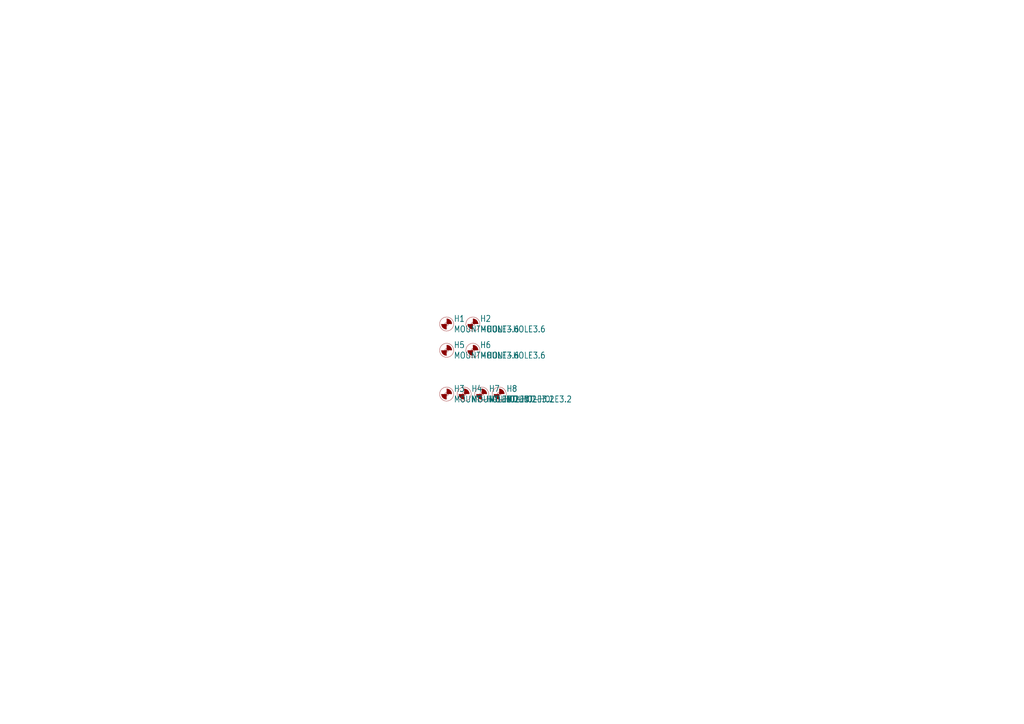
<source format=kicad_sch>
(kicad_sch (version 20230121) (generator eeschema)
  (paper "A4")
  (lib_symbols
    (symbol "MegaGRRLDesktop-eagle-import:MOUNT-HOLE3.2"
      (property "Reference" "H" (at 2.032 0.5842 0))
      (property "Value" "MOUNT-HOLE3.2" (at 2.032 -2.4638 0))
      (symbol "MOUNT-HOLE3.2_1_0"
        (arc (start -1.524 0) (mid -1.0776 -1.0776) (end 0 -1.524) (stroke (width 0.0001)) (fill (type outline)))
        (polyline (pts (xy -0.508 0) (xy 0.508 0)) (stroke (width 0.0508)))
        (polyline (pts (xy 0 0.508) (xy 0 -0.508)) (stroke (width 0.0508)))
        (circle (center 0 0) (radius 0.508) (stroke (width 0.0508)))
        (circle (center 0 0) (radius 2.032) (stroke (width 0.0508)))
        (arc (start 1.524 0) (mid 1.0776 1.0776) (end 0 1.524) (stroke (width 0.0001)) (fill (type outline)))
      )
    )
    (symbol "MegaGRRLDesktop-eagle-import:MOUNT-HOLE3.6"
      (property "Reference" "H" (at 2.032 0.5842 0))
      (property "Value" "MOUNT-HOLE3.6" (at 2.032 -2.4638 0))
      (symbol "MOUNT-HOLE3.6_1_0"
        (arc (start -1.524 0) (mid -1.0776 -1.0776) (end 0 -1.524) (stroke (width 0.0001)) (fill (type outline)))
        (polyline (pts (xy -0.508 0) (xy 0.508 0)) (stroke (width 0.0508)))
        (polyline (pts (xy 0 0.508) (xy 0 -0.508)) (stroke (width 0.0508)))
        (circle (center 0 0) (radius 0.508) (stroke (width 0.0508)))
        (circle (center 0 0) (radius 2.032) (stroke (width 0.0508)))
        (arc (start 1.524 0) (mid 1.0776 1.0776) (end 0 1.524) (stroke (width 0.0001)) (fill (type outline)))
      )
    )
  )
  (symbol (lib_id "MegaGRRLDesktop-eagle-import:MOUNT-HOLE3.6") (at 129.54 93.98 0) (unit 1)
    (property "Reference" "H1" (at 131.572 93.3958 0) (effects (font (size 1.778 1.5113)) (justify left bottom)))
    (property "Value" "MOUNT-HOLE3.6" (at 131.572 96.4438 0) (effects (font (size 1.778 1.5113)) (justify left bottom)))
    (property "Footprint" "MegaGRRLDesktop:3,6" (effects hide))
  )
  (symbol (lib_id "MegaGRRLDesktop-eagle-import:MOUNT-HOLE3.2") (at 134.62 114.3 0) (unit 1)
    (property "Reference" "H4" (at 136.652 113.7158 0) (effects (font (size 1.778 1.5113)) (justify left bottom)))
    (property "Value" "MOUNT-HOLE3.2" (at 136.652 116.7638 0) (effects (font (size 1.778 1.5113)) (justify left bottom)))
    (property "Footprint" "MegaGRRLDesktop:3,2" (effects hide))
  )
  (symbol (lib_id "MegaGRRLDesktop-eagle-import:MOUNT-HOLE3.6") (at 137.16 93.98 0) (unit 1)
    (property "Reference" "H2" (at 139.192 93.3958 0) (effects (font (size 1.778 1.5113)) (justify left bottom)))
    (property "Value" "MOUNT-HOLE3.6" (at 139.192 96.4438 0) (effects (font (size 1.778 1.5113)) (justify left bottom)))
    (property "Footprint" "MegaGRRLDesktop:3,6" (effects hide))
  )
  (symbol (lib_id "MegaGRRLDesktop-eagle-import:MOUNT-HOLE3.2") (at 139.7 114.3 0) (unit 1)
    (property "Reference" "H7" (at 141.732 113.7158 0) (effects (font (size 1.778 1.5113)) (justify left bottom)))
    (property "Value" "MOUNT-HOLE3.2" (at 141.732 116.7638 0) (effects (font (size 1.778 1.5113)) (justify left bottom)))
    (property "Footprint" "MegaGRRLDesktop:3,2" (effects hide))
  )
  (symbol (lib_id "MegaGRRLDesktop-eagle-import:MOUNT-HOLE3.2") (at 144.78 114.3 0) (unit 1)
    (property "Reference" "H8" (at 146.812 113.7158 0) (effects (font (size 1.778 1.5113)) (justify left bottom)))
    (property "Value" "MOUNT-HOLE3.2" (at 146.812 116.7638 0) (effects (font (size 1.778 1.5113)) (justify left bottom)))
    (property "Footprint" "MegaGRRLDesktop:3,2" (effects hide))
  )
  (symbol (lib_id "MegaGRRLDesktop-eagle-import:MOUNT-HOLE3.2") (at 129.54 114.3 0) (unit 1)
    (property "Reference" "H3" (at 131.572 113.7158 0) (effects (font (size 1.778 1.5113)) (justify left bottom)))
    (property "Value" "MOUNT-HOLE3.2" (at 131.572 116.7638 0) (effects (font (size 1.778 1.5113)) (justify left bottom)))
    (property "Footprint" "MegaGRRLDesktop:3,2" (effects hide))
  )
  (symbol (lib_id "MegaGRRLDesktop-eagle-import:MOUNT-HOLE3.6") (at 129.54 101.6 0) (unit 1)
    (property "Reference" "H5" (at 131.572 101.0158 0) (effects (font (size 1.778 1.5113)) (justify left bottom)))
    (property "Value" "MOUNT-HOLE3.6" (at 131.572 104.0638 0) (effects (font (size 1.778 1.5113)) (justify left bottom)))
    (property "Footprint" "MegaGRRLDesktop:3,6" (effects hide))
  )
  (symbol (lib_id "MegaGRRLDesktop-eagle-import:MOUNT-HOLE3.6") (at 137.16 101.6 0) (unit 1)
    (property "Reference" "H6" (at 139.192 101.0158 0) (effects (font (size 1.778 1.5113)) (justify left bottom)))
    (property "Value" "MOUNT-HOLE3.6" (at 139.192 104.0638 0) (effects (font (size 1.778 1.5113)) (justify left bottom)))
    (property "Footprint" "MegaGRRLDesktop:3,6" (effects hide))
  )
)
</source>
